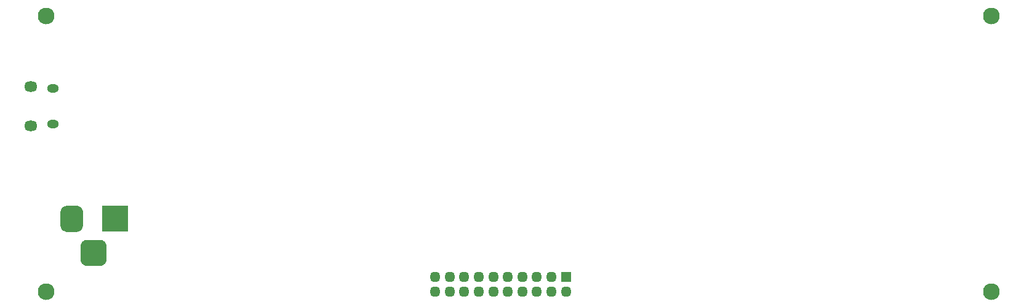
<source format=gbr>
%TF.GenerationSoftware,KiCad,Pcbnew,(5.1.6-0-10_14)*%
%TF.CreationDate,2020-09-13T11:28:01-04:00*%
%TF.ProjectId,EL-Calendar,454c2d43-616c-4656-9e64-61722e6b6963,rev?*%
%TF.SameCoordinates,Original*%
%TF.FileFunction,Soldermask,Bot*%
%TF.FilePolarity,Negative*%
%FSLAX46Y46*%
G04 Gerber Fmt 4.6, Leading zero omitted, Abs format (unit mm)*
G04 Created by KiCad (PCBNEW (5.1.6-0-10_14)) date 2020-09-13 11:28:01*
%MOMM*%
%LPD*%
G01*
G04 APERTURE LIST*
%ADD10C,2.300000*%
%ADD11R,3.600000X3.600000*%
%ADD12O,1.800000X1.450000*%
%ADD13O,1.600000X1.200000*%
%ADD14O,1.450000X1.450000*%
%ADD15R,1.450000X1.450000*%
G04 APERTURE END LIST*
D10*
%TO.C,REF\u002A\u002A*%
X80000000Y-82000000D03*
%TD*%
%TO.C,REF\u002A\u002A*%
X210000000Y-82000000D03*
%TD*%
%TO.C,REF\u002A\u002A*%
X210000000Y-120000000D03*
%TD*%
%TO.C,REF\u002A\u002A*%
X80000000Y-120000000D03*
%TD*%
%TO.C,J1*%
G36*
G01*
X84700000Y-115600000D02*
X84700000Y-113800000D01*
G75*
G02*
X85600000Y-112900000I900000J0D01*
G01*
X87400000Y-112900000D01*
G75*
G02*
X88300000Y-113800000I0J-900000D01*
G01*
X88300000Y-115600000D01*
G75*
G02*
X87400000Y-116500000I-900000J0D01*
G01*
X85600000Y-116500000D01*
G75*
G02*
X84700000Y-115600000I0J900000D01*
G01*
G37*
G36*
G01*
X81950000Y-111025000D02*
X81950000Y-108975000D01*
G75*
G02*
X82725000Y-108200000I775000J0D01*
G01*
X84275000Y-108200000D01*
G75*
G02*
X85050000Y-108975000I0J-775000D01*
G01*
X85050000Y-111025000D01*
G75*
G02*
X84275000Y-111800000I-775000J0D01*
G01*
X82725000Y-111800000D01*
G75*
G02*
X81950000Y-111025000I0J775000D01*
G01*
G37*
D11*
X89500000Y-110000000D03*
%TD*%
D12*
%TO.C,J3*%
X77885000Y-97205000D03*
X77885000Y-91745000D03*
D13*
X80885000Y-96895000D03*
X80885000Y-92055000D03*
%TD*%
D14*
%TO.C,J2*%
X133500000Y-120000000D03*
X133500000Y-118000000D03*
X135500000Y-120000000D03*
X135500000Y-118000000D03*
X137500000Y-120000000D03*
X137500000Y-118000000D03*
X139500000Y-120000000D03*
X139500000Y-118000000D03*
X141500000Y-120000000D03*
X141500000Y-118000000D03*
X143500000Y-120000000D03*
X143500000Y-118000000D03*
X145500000Y-120000000D03*
X145500000Y-118000000D03*
X147500000Y-120000000D03*
X147500000Y-118000000D03*
X149500000Y-120000000D03*
X149500000Y-118000000D03*
X151500000Y-120000000D03*
D15*
X151500000Y-118000000D03*
%TD*%
M02*

</source>
